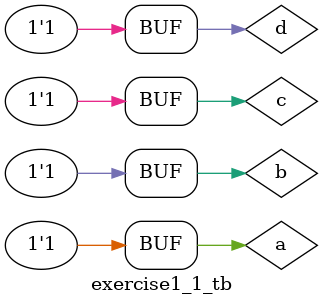
<source format=v>
`timescale 1ns/1ns
`include "exercise1_1.v"

module exercise1_1_tb();
    reg a, b, c, d;
    wire f;

    exercise1_1 ex1(a, b, c, d, f);
    initial begin
        $dumpfile("exercise1_1_tb.vcd");
        $dumpvars(0, exercise1_1_tb);

        a = 1'b0; b=1'b0; c=1'b0; d=1'b0;
        #20;
        a = 1'b0; b=1'b0; c=1'b0; d=1'b1;
        #20;
        a = 1'b0; b=1'b0; c=1'b1; d=1'b0;
        #20;
        a = 1'b0; b=1'b0; c=1'b1; d=1'b1;
        #20;
        a = 1'b0; b=1'b1; c=1'b0; d=1'b0;
        #20;
        a = 1'b0; b=1'b1; c=1'b0; d=1'b1;
        #20;
        a = 1'b0; b=1'b1; c=1'b1; d=1'b0;
        #20;
        a = 1'b0; b=1'b1; c=1'b1; d=1'b1;
        #20;
        a = 1'b1; b=1'b0; c=1'b0; d=1'b0;
        #20;
        a = 1'b1; b=1'b0; c=1'b0; d=1'b1;
        #20;
        a = 1'b1; b=1'b0; c=1'b1; d=1'b0;
        #20;
        a = 1'b1; b=1'b0; c=1'b1; d=1'b1;
        #20;
        a = 1'b1; b=1'b1; c=1'b0; d=1'b0;
        #20;
        a = 1'b1; b=1'b1; c=1'b0; d=1'b1;
        #20;
        a = 1'b1; b=1'b1; c=1'b1; d=1'b0;
        #20;
        a = 1'b1; b=1'b1; c=1'b1; d=1'b1;
        #20;

        $display("Test complete");
    end
endmodule
</source>
